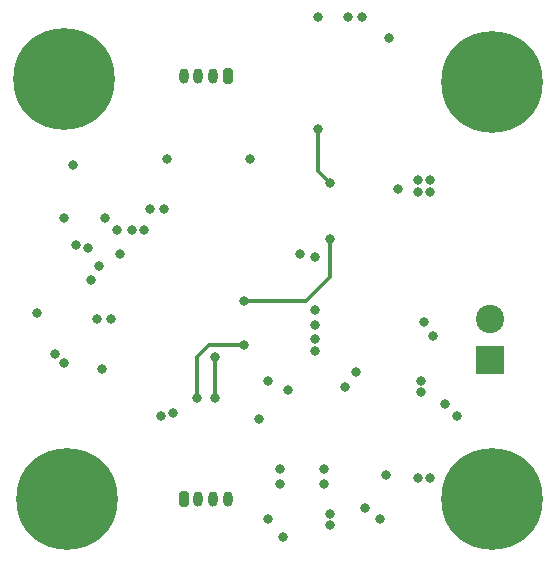
<source format=gbr>
%TF.GenerationSoftware,KiCad,Pcbnew,(6.0.5-0)*%
%TF.CreationDate,2022-07-05T17:16:21+02:00*%
%TF.ProjectId,HWCorso,4857436f-7273-46f2-9e6b-696361645f70,rev?*%
%TF.SameCoordinates,Original*%
%TF.FileFunction,Copper,L4,Bot*%
%TF.FilePolarity,Positive*%
%FSLAX46Y46*%
G04 Gerber Fmt 4.6, Leading zero omitted, Abs format (unit mm)*
G04 Created by KiCad (PCBNEW (6.0.5-0)) date 2022-07-05 17:16:21*
%MOMM*%
%LPD*%
G01*
G04 APERTURE LIST*
G04 Aperture macros list*
%AMRoundRect*
0 Rectangle with rounded corners*
0 $1 Rounding radius*
0 $2 $3 $4 $5 $6 $7 $8 $9 X,Y pos of 4 corners*
0 Add a 4 corners polygon primitive as box body*
4,1,4,$2,$3,$4,$5,$6,$7,$8,$9,$2,$3,0*
0 Add four circle primitives for the rounded corners*
1,1,$1+$1,$2,$3*
1,1,$1+$1,$4,$5*
1,1,$1+$1,$6,$7*
1,1,$1+$1,$8,$9*
0 Add four rect primitives between the rounded corners*
20,1,$1+$1,$2,$3,$4,$5,0*
20,1,$1+$1,$4,$5,$6,$7,0*
20,1,$1+$1,$6,$7,$8,$9,0*
20,1,$1+$1,$8,$9,$2,$3,0*%
G04 Aperture macros list end*
%TA.AperFunction,ComponentPad*%
%ADD10C,8.600000*%
%TD*%
%TA.AperFunction,ComponentPad*%
%ADD11C,0.900000*%
%TD*%
%TA.AperFunction,ComponentPad*%
%ADD12RoundRect,0.200000X-0.200000X-0.450000X0.200000X-0.450000X0.200000X0.450000X-0.200000X0.450000X0*%
%TD*%
%TA.AperFunction,ComponentPad*%
%ADD13O,0.800000X1.300000*%
%TD*%
%TA.AperFunction,ComponentPad*%
%ADD14R,2.400000X2.400000*%
%TD*%
%TA.AperFunction,ComponentPad*%
%ADD15C,2.400000*%
%TD*%
%TA.AperFunction,ComponentPad*%
%ADD16RoundRect,0.200000X0.200000X0.450000X-0.200000X0.450000X-0.200000X-0.450000X0.200000X-0.450000X0*%
%TD*%
%TA.AperFunction,ViaPad*%
%ADD17C,0.800000*%
%TD*%
%TA.AperFunction,Conductor*%
%ADD18C,0.300000*%
%TD*%
G04 APERTURE END LIST*
D10*
%TO.P,H3,1,1*%
%TO.N,GND*%
X95500000Y-115000000D03*
D11*
X95500000Y-118225000D03*
X93219581Y-117280419D03*
X95500000Y-111775000D03*
X92275000Y-115000000D03*
X93219581Y-112719581D03*
X97780419Y-117280419D03*
X98725000Y-115000000D03*
X97780419Y-112719581D03*
%TD*%
%TO.P,H2,1,1*%
%TO.N,GND*%
X57219581Y-112719581D03*
D10*
X59500000Y-115000000D03*
D11*
X56275000Y-115000000D03*
X62725000Y-115000000D03*
X61780419Y-117280419D03*
X59500000Y-111775000D03*
X61780419Y-112719581D03*
X57219581Y-117280419D03*
X59500000Y-118225000D03*
%TD*%
%TO.P,H1,1,1*%
%TO.N,GND*%
X92275000Y-79750000D03*
X95500000Y-82975000D03*
X93219581Y-77469581D03*
X95500000Y-76525000D03*
X98725000Y-79750000D03*
X93219581Y-82030419D03*
X97780419Y-77469581D03*
D10*
X95500000Y-79750000D03*
D11*
X97780419Y-82030419D03*
%TD*%
D12*
%TO.P,J5,1,Pin_1*%
%TO.N,BUCK_VOUT_3V3*%
X69375000Y-115050000D03*
D13*
%TO.P,J5,2,Pin_2*%
%TO.N,USART6_TX*%
X70625000Y-115050000D03*
%TO.P,J5,3,Pin_3*%
%TO.N,USART6_RX*%
X71875000Y-115050000D03*
%TO.P,J5,4,Pin_4*%
%TO.N,GND*%
X73125000Y-115050000D03*
%TD*%
D14*
%TO.P,J2,1,Pin_1*%
%TO.N,+12V*%
X95300000Y-103250000D03*
D15*
%TO.P,J2,2,Pin_2*%
%TO.N,GND*%
X95300000Y-99750000D03*
%TD*%
D16*
%TO.P,J3,1,Pin_1*%
%TO.N,BUCK_VOUT_3V3*%
X73125000Y-79200000D03*
D13*
%TO.P,J3,2,Pin_2*%
%TO.N,I2C1_SCL*%
X71875000Y-79200000D03*
%TO.P,J3,3,Pin_3*%
%TO.N,I2C1_SDA*%
X70625000Y-79200000D03*
%TO.P,J3,4,Pin_4*%
%TO.N,GND*%
X69375000Y-79200000D03*
%TD*%
D10*
%TO.P,H4,1,1*%
%TO.N,GND*%
X59250000Y-79500000D03*
D11*
X56969581Y-81780419D03*
X61530419Y-77219581D03*
X56025000Y-79500000D03*
X59250000Y-82725000D03*
X56969581Y-77219581D03*
X61530419Y-81780419D03*
X62475000Y-79500000D03*
X59250000Y-76275000D03*
%TD*%
D17*
%TO.N,GND*%
X80750000Y-74250000D03*
X84500000Y-74250000D03*
X83250000Y-74250000D03*
%TO.N,BUCK_VOUT_3V3*%
X86750000Y-76000000D03*
%TO.N,NRST*%
X81750000Y-88250000D03*
X80710000Y-83710000D03*
%TO.N,USART6_TX*%
X70500000Y-106500000D03*
%TO.N,GND*%
X87500000Y-88750000D03*
X61500000Y-96500000D03*
X57000000Y-99250000D03*
%TO.N,USART6_TX*%
X74500000Y-102000000D03*
%TO.N,USART6_RX*%
X72000000Y-106500000D03*
X72000000Y-103000000D03*
%TO.N,GND*%
X89250000Y-89000000D03*
X89250000Y-88000000D03*
X90250000Y-88000000D03*
X90250000Y-89000000D03*
X86500000Y-113000000D03*
X62000000Y-99750000D03*
X63250000Y-99750000D03*
X67750000Y-90500000D03*
X78250000Y-105750000D03*
X75750000Y-108250000D03*
X67500000Y-108000000D03*
X62500000Y-104000000D03*
X81750000Y-117250000D03*
X81750000Y-116250000D03*
X90250000Y-113250000D03*
X89250000Y-113250000D03*
X90500000Y-101250000D03*
X89750000Y-100000000D03*
X92500000Y-108000000D03*
X91500000Y-107000000D03*
X89500000Y-106000000D03*
X89500000Y-105000000D03*
X84000000Y-104250000D03*
X83000000Y-105500000D03*
X80500000Y-102500000D03*
X80500000Y-101500000D03*
X80500000Y-94500000D03*
X61250000Y-93750000D03*
X59250000Y-91250000D03*
X62750000Y-91250000D03*
X63750000Y-92250000D03*
X64000000Y-94250000D03*
X60250000Y-93500000D03*
%TO.N,BUCK_VOUT_3V3*%
X80500000Y-100250000D03*
X80500000Y-99000000D03*
X84750000Y-115750000D03*
X86000000Y-116750000D03*
X76500000Y-116750000D03*
X77750000Y-118250000D03*
X81250000Y-112500000D03*
X81250000Y-113750000D03*
X77500000Y-112500000D03*
X77500000Y-113750000D03*
X79250000Y-94250000D03*
X60000000Y-86750000D03*
X76500000Y-105000000D03*
X68500000Y-107750000D03*
X59250000Y-103500000D03*
X58500000Y-102750000D03*
X62250000Y-95250000D03*
X66500000Y-90500000D03*
X65000000Y-92250000D03*
X66000000Y-92250000D03*
X68000000Y-86250000D03*
X75000000Y-86250000D03*
%TO.N,NRST*%
X74500000Y-98250000D03*
X81750000Y-93000000D03*
%TD*%
D18*
%TO.N,NRST*%
X80710000Y-83710000D02*
X80710000Y-87210000D01*
X80710000Y-87210000D02*
X81750000Y-88250000D01*
%TO.N,USART6_TX*%
X70500000Y-103000000D02*
X71500000Y-102000000D01*
X71500000Y-102000000D02*
X74500000Y-102000000D01*
X70500000Y-106500000D02*
X70500000Y-103000000D01*
%TO.N,USART6_RX*%
X72000000Y-103000000D02*
X72000000Y-106500000D01*
%TO.N,NRST*%
X74500000Y-98250000D02*
X79750000Y-98250000D01*
X81750000Y-93250000D02*
X81750000Y-93000000D01*
X81750000Y-96250000D02*
X81750000Y-93250000D01*
X79750000Y-98250000D02*
X81750000Y-96250000D01*
%TD*%
M02*

</source>
